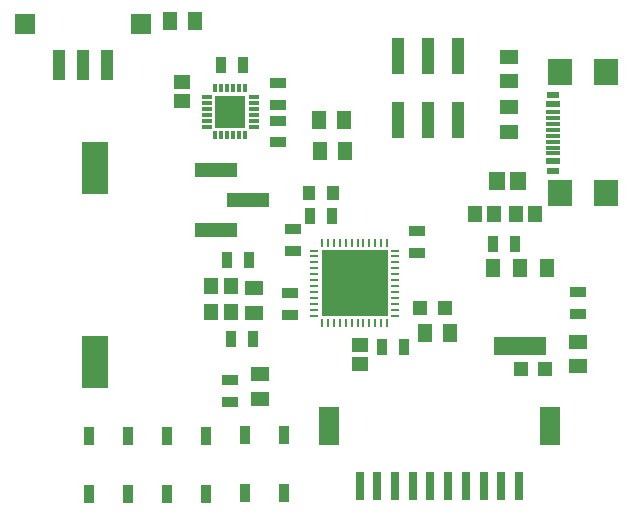
<source format=gbr>
%TF.GenerationSoftware,Altium Limited,Altium Designer,24.5.2 (23)*%
G04 Layer_Color=8421504*
%FSLAX45Y45*%
%MOMM*%
%TF.SameCoordinates,DE48C8CA-727C-43F3-B7AC-81352024B8C0*%
%TF.FilePolarity,Positive*%
%TF.FileFunction,Paste,Top*%
%TF.Part,Single*%
G01*
G75*
%TA.AperFunction,SMDPad,CuDef*%
%ADD11R,2.30000X4.50000*%
%TA.AperFunction,ConnectorPad*%
%ADD12R,2.00000X2.18000*%
%ADD13R,1.00000X0.60000*%
%ADD14R,1.15000X0.60000*%
%ADD15R,1.15000X0.30000*%
%TA.AperFunction,SMDPad,CuDef*%
%ADD16R,1.30464X1.45620*%
%ADD17R,1.40000X0.95000*%
%ADD18O,0.80000X0.25000*%
%ADD19O,0.25000X0.80000*%
%ADD20R,5.60000X5.60000*%
%ADD21R,1.25000X1.50000*%
%ADD22R,4.50000X1.50400*%
%TA.AperFunction,ConnectorPad*%
%ADD23R,1.00000X2.55000*%
%TA.AperFunction,SMDPad,CuDef*%
%ADD24R,1.70000X1.70000*%
%ADD25R,1.50822X1.20651*%
%ADD26R,0.95000X1.40000*%
%ADD27R,0.90000X1.50000*%
%ADD28R,1.20651X1.50822*%
%ADD29R,1.45620X1.30464*%
%ADD30R,0.30000X0.80000*%
%ADD31R,0.85000X0.30000*%
%ADD32R,2.60000X2.70000*%
%ADD33R,1.00000X1.25000*%
%ADD34R,1.45490X1.55620*%
%ADD35R,1.20000X1.20000*%
%ADD36R,1.00000X3.10000*%
%ADD37R,1.20000X1.40000*%
%ADD38R,3.56000X1.27000*%
%ADD39R,1.80000X3.30000*%
%ADD40R,0.80000X2.40000*%
D11*
X7700000Y8130000D02*
D03*
Y9770000D02*
D03*
D12*
X12030500Y9561500D02*
D03*
Y10583500D02*
D03*
X11637500Y9561500D02*
D03*
Y10583500D02*
D03*
D13*
X11580000Y9752500D02*
D03*
Y10392500D02*
D03*
D14*
Y9832500D02*
D03*
Y10312500D02*
D03*
D15*
Y9897500D02*
D03*
Y9947500D02*
D03*
Y9997500D02*
D03*
Y10047500D02*
D03*
Y10097500D02*
D03*
Y10147500D02*
D03*
Y10197500D02*
D03*
Y10247500D02*
D03*
D16*
X11264422Y9382500D02*
D03*
X11425578D02*
D03*
X11083078Y9385000D02*
D03*
X10921922D02*
D03*
D17*
X9252925Y10310425D02*
D03*
Y10495425D02*
D03*
X9350000Y8532500D02*
D03*
Y8717500D02*
D03*
X8847500Y7980000D02*
D03*
Y7795000D02*
D03*
X9252925Y9990425D02*
D03*
Y10175425D02*
D03*
X9375000Y9075000D02*
D03*
Y9260000D02*
D03*
X11795000Y8537414D02*
D03*
Y8722414D02*
D03*
X10427500Y9057500D02*
D03*
Y9242500D02*
D03*
D18*
X9560000Y9075000D02*
D03*
Y9025000D02*
D03*
Y8975000D02*
D03*
Y8925000D02*
D03*
Y8875000D02*
D03*
Y8825000D02*
D03*
Y8775000D02*
D03*
Y8725000D02*
D03*
Y8675000D02*
D03*
Y8625000D02*
D03*
Y8575000D02*
D03*
Y8525000D02*
D03*
X10240000D02*
D03*
Y8575000D02*
D03*
Y8625000D02*
D03*
Y8675000D02*
D03*
Y8725000D02*
D03*
Y8775000D02*
D03*
Y8825000D02*
D03*
Y8875000D02*
D03*
Y8925000D02*
D03*
Y8975000D02*
D03*
Y9025000D02*
D03*
Y9075000D02*
D03*
D19*
X9625000Y8460000D02*
D03*
X9675000D02*
D03*
X9725000D02*
D03*
X9775000D02*
D03*
X9825000D02*
D03*
X9875000D02*
D03*
X9925000D02*
D03*
X9975000D02*
D03*
X10025000D02*
D03*
X10075000D02*
D03*
X10125000D02*
D03*
X10175000D02*
D03*
Y9140000D02*
D03*
X10125000D02*
D03*
X10075000D02*
D03*
X10025000D02*
D03*
X9975000D02*
D03*
X9925000D02*
D03*
X9875000D02*
D03*
X9825000D02*
D03*
X9775000D02*
D03*
X9725000D02*
D03*
X9675000D02*
D03*
X9625000D02*
D03*
D20*
X9900000Y8800000D02*
D03*
D21*
X11528575Y8924500D02*
D03*
X11299575D02*
D03*
X11070575D02*
D03*
D22*
X11299575Y8265500D02*
D03*
D23*
X7800625Y10643125D02*
D03*
X7600625D02*
D03*
X7400625D02*
D03*
D24*
X7110625Y10990625D02*
D03*
X8090625D02*
D03*
D25*
X9100000Y7822414D02*
D03*
Y8032586D02*
D03*
X9050000Y8544914D02*
D03*
Y8755086D02*
D03*
X11210164Y10507590D02*
D03*
Y10717761D02*
D03*
X11210000Y10287586D02*
D03*
Y10077414D02*
D03*
X11795000Y8094829D02*
D03*
Y8305000D02*
D03*
D26*
X9005000Y8997500D02*
D03*
X8820000D02*
D03*
X9042500Y8325000D02*
D03*
X8857500D02*
D03*
X8952925Y10642925D02*
D03*
X8767926D02*
D03*
X9522500Y9367500D02*
D03*
X9707500D02*
D03*
X10320000Y8262500D02*
D03*
X10135000D02*
D03*
X11072500Y9130000D02*
D03*
X11257500D02*
D03*
D27*
X9305000Y7025000D02*
D03*
X8975000D02*
D03*
Y7515000D02*
D03*
X9305000D02*
D03*
X8645000Y7015000D02*
D03*
X8315000D02*
D03*
Y7505000D02*
D03*
X8645000D02*
D03*
X7978977Y7505000D02*
D03*
X7648977D02*
D03*
Y7015000D02*
D03*
X7978977D02*
D03*
D28*
X8545086Y11017500D02*
D03*
X8334914D02*
D03*
X9812585Y10180000D02*
D03*
X9602414D02*
D03*
X9817586Y9920000D02*
D03*
X9607414D02*
D03*
X10710171Y8380000D02*
D03*
X10500000D02*
D03*
D29*
X8440426Y10342925D02*
D03*
Y10504082D02*
D03*
X9942500Y8277500D02*
D03*
Y8116344D02*
D03*
D30*
X8722500Y10050000D02*
D03*
X8772500D02*
D03*
X8822500D02*
D03*
X8872500D02*
D03*
X8922500D02*
D03*
X8972500D02*
D03*
X8722500Y10450000D02*
D03*
X8772500D02*
D03*
X8822500D02*
D03*
X8872500D02*
D03*
X8922500D02*
D03*
X8972500D02*
D03*
D31*
X9045000Y10125000D02*
D03*
Y10175000D02*
D03*
Y10225000D02*
D03*
Y10275000D02*
D03*
Y10325000D02*
D03*
Y10375000D02*
D03*
X8650000Y10125000D02*
D03*
Y10175000D02*
D03*
Y10225000D02*
D03*
Y10275000D02*
D03*
Y10325000D02*
D03*
Y10375000D02*
D03*
D32*
X8847500Y10250000D02*
D03*
D33*
X9517500Y9560000D02*
D03*
X9717500D02*
D03*
D34*
X11287565Y9660000D02*
D03*
X11102435D02*
D03*
D35*
X11515000Y8075000D02*
D03*
X11305000D02*
D03*
X10665000Y8590000D02*
D03*
X10455000D02*
D03*
D36*
X10779000Y10720000D02*
D03*
Y10180000D02*
D03*
X10525000Y10720000D02*
D03*
X10271000D02*
D03*
X10525000Y10180000D02*
D03*
X10271000D02*
D03*
D37*
X8857500Y8777500D02*
D03*
Y8557500D02*
D03*
X8687500D02*
D03*
Y8777500D02*
D03*
D38*
X8726500Y9754000D02*
D03*
X8993500Y9500000D02*
D03*
X8726500Y9246000D02*
D03*
D39*
X11552500Y7587500D02*
D03*
X9682500D02*
D03*
D40*
X11292500Y7082500D02*
D03*
X11142500D02*
D03*
X10992500D02*
D03*
X10842500D02*
D03*
X10692500D02*
D03*
X10542500D02*
D03*
X10392500D02*
D03*
X10242500D02*
D03*
X10092500D02*
D03*
X9942500D02*
D03*
%TF.MD5,d8d08f8d01b2f37abc095013648cb631*%
M02*

</source>
